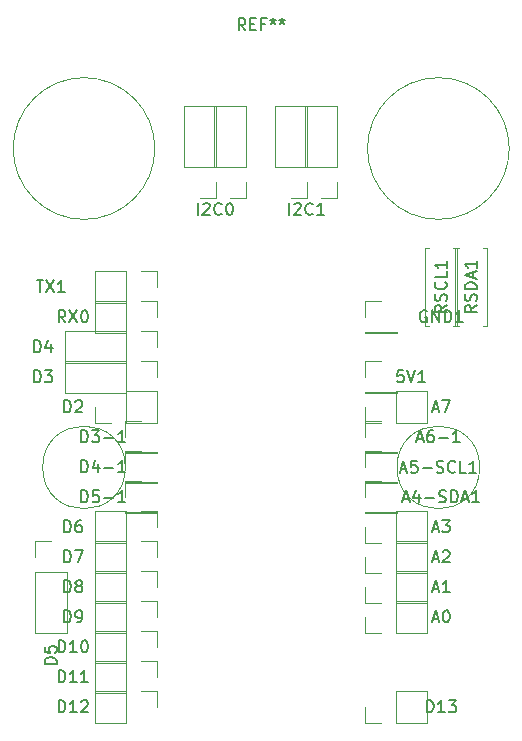
<source format=gbr>
%TF.GenerationSoftware,KiCad,Pcbnew,(6.0.5)*%
%TF.CreationDate,2022-06-01T19:50:55+01:00*%
%TF.ProjectId,OOEB-OBBB-PROJ-ARDC-SHEN-STAN-01,4f4f4542-2d4f-4424-9242-2d50524f4a2d,rev?*%
%TF.SameCoordinates,Original*%
%TF.FileFunction,Legend,Top*%
%TF.FilePolarity,Positive*%
%FSLAX46Y46*%
G04 Gerber Fmt 4.6, Leading zero omitted, Abs format (unit mm)*
G04 Created by KiCad (PCBNEW (6.0.5)) date 2022-06-01 19:50:55*
%MOMM*%
%LPD*%
G01*
G04 APERTURE LIST*
%ADD10C,0.150000*%
%ADD11C,0.120000*%
G04 APERTURE END LIST*
D10*
%TO.C,5V1*%
X12033333Y3707619D02*
X11557142Y3707619D01*
X11509523Y3231428D01*
X11557142Y3279047D01*
X11652380Y3326666D01*
X11890476Y3326666D01*
X11985714Y3279047D01*
X12033333Y3231428D01*
X12080952Y3136190D01*
X12080952Y2898095D01*
X12033333Y2802857D01*
X11985714Y2755238D01*
X11890476Y2707619D01*
X11652380Y2707619D01*
X11557142Y2755238D01*
X11509523Y2802857D01*
X12366666Y3707619D02*
X12700000Y2707619D01*
X13033333Y3707619D01*
X13890476Y2707619D02*
X13319047Y2707619D01*
X13604761Y2707619D02*
X13604761Y3707619D01*
X13509523Y3564761D01*
X13414285Y3469523D01*
X13319047Y3421904D01*
%TO.C,REF\u002A\u002A*%
X-1333333Y32512085D02*
X-1666666Y32988275D01*
X-1904761Y32512085D02*
X-1904761Y33512085D01*
X-1523809Y33512085D01*
X-1428571Y33464466D01*
X-1380952Y33416846D01*
X-1333333Y33321608D01*
X-1333333Y33178751D01*
X-1380952Y33083513D01*
X-1428571Y33035894D01*
X-1523809Y32988275D01*
X-1904761Y32988275D01*
X-904761Y33035894D02*
X-571428Y33035894D01*
X-428571Y32512085D02*
X-904761Y32512085D01*
X-904761Y33512085D01*
X-428571Y33512085D01*
X333333Y33035894D02*
X0Y33035894D01*
X0Y32512085D02*
X0Y33512085D01*
X476190Y33512085D01*
X999999Y33512085D02*
X999999Y33273989D01*
X761904Y33369227D02*
X999999Y33273989D01*
X1238095Y33369227D01*
X857142Y33083513D02*
X999999Y33273989D01*
X1142857Y33083513D01*
X1761904Y33512085D02*
X1761904Y33273989D01*
X1523809Y33369227D02*
X1761904Y33273989D01*
X1999999Y33369227D01*
X1619047Y33083513D02*
X1761904Y33273989D01*
X1904761Y33083513D01*
%TO.C,RSDA1*%
X18232380Y9208571D02*
X17756190Y8875238D01*
X18232380Y8637142D02*
X17232380Y8637142D01*
X17232380Y9018095D01*
X17280000Y9113333D01*
X17327619Y9160952D01*
X17422857Y9208571D01*
X17565714Y9208571D01*
X17660952Y9160952D01*
X17708571Y9113333D01*
X17756190Y9018095D01*
X17756190Y8637142D01*
X18184761Y9589523D02*
X18232380Y9732380D01*
X18232380Y9970476D01*
X18184761Y10065714D01*
X18137142Y10113333D01*
X18041904Y10160952D01*
X17946666Y10160952D01*
X17851428Y10113333D01*
X17803809Y10065714D01*
X17756190Y9970476D01*
X17708571Y9780000D01*
X17660952Y9684761D01*
X17613333Y9637142D01*
X17518095Y9589523D01*
X17422857Y9589523D01*
X17327619Y9637142D01*
X17280000Y9684761D01*
X17232380Y9780000D01*
X17232380Y10018095D01*
X17280000Y10160952D01*
X18232380Y10589523D02*
X17232380Y10589523D01*
X17232380Y10827619D01*
X17280000Y10970476D01*
X17375238Y11065714D01*
X17470476Y11113333D01*
X17660952Y11160952D01*
X17803809Y11160952D01*
X17994285Y11113333D01*
X18089523Y11065714D01*
X18184761Y10970476D01*
X18232380Y10827619D01*
X18232380Y10589523D01*
X17946666Y11541904D02*
X17946666Y12018095D01*
X18232380Y11446666D02*
X17232380Y11780000D01*
X18232380Y12113333D01*
X18232380Y12970476D02*
X18232380Y12399047D01*
X18232380Y12684761D02*
X17232380Y12684761D01*
X17375238Y12589523D01*
X17470476Y12494285D01*
X17518095Y12399047D01*
%TO.C,RSCL1*%
X15692380Y9232380D02*
X15216190Y8899047D01*
X15692380Y8660952D02*
X14692380Y8660952D01*
X14692380Y9041904D01*
X14740000Y9137142D01*
X14787619Y9184761D01*
X14882857Y9232380D01*
X15025714Y9232380D01*
X15120952Y9184761D01*
X15168571Y9137142D01*
X15216190Y9041904D01*
X15216190Y8660952D01*
X15644761Y9613333D02*
X15692380Y9756190D01*
X15692380Y9994285D01*
X15644761Y10089523D01*
X15597142Y10137142D01*
X15501904Y10184761D01*
X15406666Y10184761D01*
X15311428Y10137142D01*
X15263809Y10089523D01*
X15216190Y9994285D01*
X15168571Y9803809D01*
X15120952Y9708571D01*
X15073333Y9660952D01*
X14978095Y9613333D01*
X14882857Y9613333D01*
X14787619Y9660952D01*
X14740000Y9708571D01*
X14692380Y9803809D01*
X14692380Y10041904D01*
X14740000Y10184761D01*
X15597142Y11184761D02*
X15644761Y11137142D01*
X15692380Y10994285D01*
X15692380Y10899047D01*
X15644761Y10756190D01*
X15549523Y10660952D01*
X15454285Y10613333D01*
X15263809Y10565714D01*
X15120952Y10565714D01*
X14930476Y10613333D01*
X14835238Y10660952D01*
X14740000Y10756190D01*
X14692380Y10899047D01*
X14692380Y10994285D01*
X14740000Y11137142D01*
X14787619Y11184761D01*
X15692380Y12089523D02*
X15692380Y11613333D01*
X14692380Y11613333D01*
X15692380Y12946666D02*
X15692380Y12375238D01*
X15692380Y12660952D02*
X14692380Y12660952D01*
X14835238Y12565714D01*
X14930476Y12470476D01*
X14978095Y12375238D01*
%TO.C,TX1*%
X-19018095Y11327619D02*
X-18446666Y11327619D01*
X-18732380Y10327619D02*
X-18732380Y11327619D01*
X-18208571Y11327619D02*
X-17541904Y10327619D01*
X-17541904Y11327619D02*
X-18208571Y10327619D01*
X-16637142Y10327619D02*
X-17208571Y10327619D01*
X-16922857Y10327619D02*
X-16922857Y11327619D01*
X-17018095Y11184761D01*
X-17113333Y11089523D01*
X-17208571Y11041904D01*
%TO.C,I2C0*%
X-5357869Y16887619D02*
X-5357869Y17887619D01*
X-4929298Y17792380D02*
X-4881679Y17840000D01*
X-4786441Y17887619D01*
X-4548346Y17887619D01*
X-4453108Y17840000D01*
X-4405489Y17792380D01*
X-4357869Y17697142D01*
X-4357869Y17601904D01*
X-4405489Y17459047D01*
X-4976917Y16887619D01*
X-4357869Y16887619D01*
X-3357869Y16982857D02*
X-3405489Y16935238D01*
X-3548346Y16887619D01*
X-3643584Y16887619D01*
X-3786441Y16935238D01*
X-3881679Y17030476D01*
X-3929298Y17125714D01*
X-3976917Y17316190D01*
X-3976917Y17459047D01*
X-3929298Y17649523D01*
X-3881679Y17744761D01*
X-3786441Y17840000D01*
X-3643584Y17887619D01*
X-3548346Y17887619D01*
X-3405489Y17840000D01*
X-3357869Y17792380D01*
X-2738822Y17887619D02*
X-2643584Y17887619D01*
X-2548346Y17840000D01*
X-2500727Y17792380D01*
X-2453108Y17697142D01*
X-2405489Y17506666D01*
X-2405489Y17268571D01*
X-2453108Y17078095D01*
X-2500727Y16982857D01*
X-2548346Y16935238D01*
X-2643584Y16887619D01*
X-2738822Y16887619D01*
X-2834060Y16935238D01*
X-2881679Y16982857D01*
X-2929298Y17078095D01*
X-2976917Y17268571D01*
X-2976917Y17506666D01*
X-2929298Y17697142D01*
X-2881679Y17792380D01*
X-2834060Y17840000D01*
X-2738822Y17887619D01*
%TO.C,I2C1*%
X2357619Y16887619D02*
X2357619Y17887619D01*
X2786190Y17792380D02*
X2833809Y17840000D01*
X2929047Y17887619D01*
X3167142Y17887619D01*
X3262380Y17840000D01*
X3310000Y17792380D01*
X3357619Y17697142D01*
X3357619Y17601904D01*
X3310000Y17459047D01*
X2738571Y16887619D01*
X3357619Y16887619D01*
X4357619Y16982857D02*
X4310000Y16935238D01*
X4167142Y16887619D01*
X4071904Y16887619D01*
X3929047Y16935238D01*
X3833809Y17030476D01*
X3786190Y17125714D01*
X3738571Y17316190D01*
X3738571Y17459047D01*
X3786190Y17649523D01*
X3833809Y17744761D01*
X3929047Y17840000D01*
X4071904Y17887619D01*
X4167142Y17887619D01*
X4310000Y17840000D01*
X4357619Y17792380D01*
X5310000Y16887619D02*
X4738571Y16887619D01*
X5024285Y16887619D02*
X5024285Y17887619D01*
X4929047Y17744761D01*
X4833809Y17649523D01*
X4738571Y17601904D01*
%TO.C,RX0*%
X-16582857Y7787619D02*
X-16916190Y8263809D01*
X-17154285Y7787619D02*
X-17154285Y8787619D01*
X-16773333Y8787619D01*
X-16678095Y8740000D01*
X-16630476Y8692380D01*
X-16582857Y8597142D01*
X-16582857Y8454285D01*
X-16630476Y8359047D01*
X-16678095Y8311428D01*
X-16773333Y8263809D01*
X-17154285Y8263809D01*
X-16249523Y8787619D02*
X-15582857Y7787619D01*
X-15582857Y8787619D02*
X-16249523Y7787619D01*
X-15011428Y8787619D02*
X-14916190Y8787619D01*
X-14820952Y8740000D01*
X-14773333Y8692380D01*
X-14725714Y8597142D01*
X-14678095Y8406666D01*
X-14678095Y8168571D01*
X-14725714Y7978095D01*
X-14773333Y7882857D01*
X-14820952Y7835238D01*
X-14916190Y7787619D01*
X-15011428Y7787619D01*
X-15106666Y7835238D01*
X-15154285Y7882857D01*
X-15201904Y7978095D01*
X-15249523Y8168571D01*
X-15249523Y8406666D01*
X-15201904Y8597142D01*
X-15154285Y8692380D01*
X-15106666Y8740000D01*
X-15011428Y8787619D01*
%TO.C,GND1*%
X14001904Y8740000D02*
X13906666Y8787619D01*
X13763809Y8787619D01*
X13620952Y8740000D01*
X13525714Y8644761D01*
X13478095Y8549523D01*
X13430476Y8359047D01*
X13430476Y8216190D01*
X13478095Y8025714D01*
X13525714Y7930476D01*
X13620952Y7835238D01*
X13763809Y7787619D01*
X13859047Y7787619D01*
X14001904Y7835238D01*
X14049523Y7882857D01*
X14049523Y8216190D01*
X13859047Y8216190D01*
X14478095Y7787619D02*
X14478095Y8787619D01*
X15049523Y7787619D01*
X15049523Y8787619D01*
X15525714Y7787619D02*
X15525714Y8787619D01*
X15763809Y8787619D01*
X15906666Y8740000D01*
X16001904Y8644761D01*
X16049523Y8549523D01*
X16097142Y8359047D01*
X16097142Y8216190D01*
X16049523Y8025714D01*
X16001904Y7930476D01*
X15906666Y7835238D01*
X15763809Y7787619D01*
X15525714Y7787619D01*
X17049523Y7787619D02*
X16478095Y7787619D01*
X16763809Y7787619D02*
X16763809Y8787619D01*
X16668571Y8644761D01*
X16573333Y8549523D01*
X16478095Y8501904D01*
%TO.C,D13*%
X14025714Y-25232380D02*
X14025714Y-24232380D01*
X14263809Y-24232380D01*
X14406666Y-24280000D01*
X14501904Y-24375238D01*
X14549523Y-24470476D01*
X14597142Y-24660952D01*
X14597142Y-24803809D01*
X14549523Y-24994285D01*
X14501904Y-25089523D01*
X14406666Y-25184761D01*
X14263809Y-25232380D01*
X14025714Y-25232380D01*
X15549523Y-25232380D02*
X14978095Y-25232380D01*
X15263809Y-25232380D02*
X15263809Y-24232380D01*
X15168571Y-24375238D01*
X15073333Y-24470476D01*
X14978095Y-24518095D01*
X15882857Y-24232380D02*
X16501904Y-24232380D01*
X16168571Y-24613333D01*
X16311428Y-24613333D01*
X16406666Y-24660952D01*
X16454285Y-24708571D01*
X16501904Y-24803809D01*
X16501904Y-25041904D01*
X16454285Y-25137142D01*
X16406666Y-25184761D01*
X16311428Y-25232380D01*
X16025714Y-25232380D01*
X15930476Y-25184761D01*
X15882857Y-25137142D01*
%TO.C,D12*%
X-17154285Y-25232380D02*
X-17154285Y-24232380D01*
X-16916190Y-24232380D01*
X-16773333Y-24280000D01*
X-16678095Y-24375238D01*
X-16630476Y-24470476D01*
X-16582857Y-24660952D01*
X-16582857Y-24803809D01*
X-16630476Y-24994285D01*
X-16678095Y-25089523D01*
X-16773333Y-25184761D01*
X-16916190Y-25232380D01*
X-17154285Y-25232380D01*
X-15630476Y-25232380D02*
X-16201904Y-25232380D01*
X-15916190Y-25232380D02*
X-15916190Y-24232380D01*
X-16011428Y-24375238D01*
X-16106666Y-24470476D01*
X-16201904Y-24518095D01*
X-15249523Y-24327619D02*
X-15201904Y-24280000D01*
X-15106666Y-24232380D01*
X-14868571Y-24232380D01*
X-14773333Y-24280000D01*
X-14725714Y-24327619D01*
X-14678095Y-24422857D01*
X-14678095Y-24518095D01*
X-14725714Y-24660952D01*
X-15297142Y-25232380D01*
X-14678095Y-25232380D01*
%TO.C,D11*%
X-17154285Y-22692380D02*
X-17154285Y-21692380D01*
X-16916190Y-21692380D01*
X-16773333Y-21740000D01*
X-16678095Y-21835238D01*
X-16630476Y-21930476D01*
X-16582857Y-22120952D01*
X-16582857Y-22263809D01*
X-16630476Y-22454285D01*
X-16678095Y-22549523D01*
X-16773333Y-22644761D01*
X-16916190Y-22692380D01*
X-17154285Y-22692380D01*
X-15630476Y-22692380D02*
X-16201904Y-22692380D01*
X-15916190Y-22692380D02*
X-15916190Y-21692380D01*
X-16011428Y-21835238D01*
X-16106666Y-21930476D01*
X-16201904Y-21978095D01*
X-14678095Y-22692380D02*
X-15249523Y-22692380D01*
X-14963809Y-22692380D02*
X-14963809Y-21692380D01*
X-15059047Y-21835238D01*
X-15154285Y-21930476D01*
X-15249523Y-21978095D01*
%TO.C,D10*%
X-17154285Y-20152380D02*
X-17154285Y-19152380D01*
X-16916190Y-19152380D01*
X-16773333Y-19200000D01*
X-16678095Y-19295238D01*
X-16630476Y-19390476D01*
X-16582857Y-19580952D01*
X-16582857Y-19723809D01*
X-16630476Y-19914285D01*
X-16678095Y-20009523D01*
X-16773333Y-20104761D01*
X-16916190Y-20152380D01*
X-17154285Y-20152380D01*
X-15630476Y-20152380D02*
X-16201904Y-20152380D01*
X-15916190Y-20152380D02*
X-15916190Y-19152380D01*
X-16011428Y-19295238D01*
X-16106666Y-19390476D01*
X-16201904Y-19438095D01*
X-15011428Y-19152380D02*
X-14916190Y-19152380D01*
X-14820952Y-19200000D01*
X-14773333Y-19247619D01*
X-14725714Y-19342857D01*
X-14678095Y-19533333D01*
X-14678095Y-19771428D01*
X-14725714Y-19961904D01*
X-14773333Y-20057142D01*
X-14820952Y-20104761D01*
X-14916190Y-20152380D01*
X-15011428Y-20152380D01*
X-15106666Y-20104761D01*
X-15154285Y-20057142D01*
X-15201904Y-19961904D01*
X-15249523Y-19771428D01*
X-15249523Y-19533333D01*
X-15201904Y-19342857D01*
X-15154285Y-19247619D01*
X-15106666Y-19200000D01*
X-15011428Y-19152380D01*
%TO.C,D9*%
X-16678095Y-17612380D02*
X-16678095Y-16612380D01*
X-16440000Y-16612380D01*
X-16297142Y-16660000D01*
X-16201904Y-16755238D01*
X-16154285Y-16850476D01*
X-16106666Y-17040952D01*
X-16106666Y-17183809D01*
X-16154285Y-17374285D01*
X-16201904Y-17469523D01*
X-16297142Y-17564761D01*
X-16440000Y-17612380D01*
X-16678095Y-17612380D01*
X-15630476Y-17612380D02*
X-15440000Y-17612380D01*
X-15344761Y-17564761D01*
X-15297142Y-17517142D01*
X-15201904Y-17374285D01*
X-15154285Y-17183809D01*
X-15154285Y-16802857D01*
X-15201904Y-16707619D01*
X-15249523Y-16660000D01*
X-15344761Y-16612380D01*
X-15535238Y-16612380D01*
X-15630476Y-16660000D01*
X-15678095Y-16707619D01*
X-15725714Y-16802857D01*
X-15725714Y-17040952D01*
X-15678095Y-17136190D01*
X-15630476Y-17183809D01*
X-15535238Y-17231428D01*
X-15344761Y-17231428D01*
X-15249523Y-17183809D01*
X-15201904Y-17136190D01*
X-15154285Y-17040952D01*
%TO.C,D8*%
X-16678095Y-15072380D02*
X-16678095Y-14072380D01*
X-16440000Y-14072380D01*
X-16297142Y-14120000D01*
X-16201904Y-14215238D01*
X-16154285Y-14310476D01*
X-16106666Y-14500952D01*
X-16106666Y-14643809D01*
X-16154285Y-14834285D01*
X-16201904Y-14929523D01*
X-16297142Y-15024761D01*
X-16440000Y-15072380D01*
X-16678095Y-15072380D01*
X-15535238Y-14500952D02*
X-15630476Y-14453333D01*
X-15678095Y-14405714D01*
X-15725714Y-14310476D01*
X-15725714Y-14262857D01*
X-15678095Y-14167619D01*
X-15630476Y-14120000D01*
X-15535238Y-14072380D01*
X-15344761Y-14072380D01*
X-15249523Y-14120000D01*
X-15201904Y-14167619D01*
X-15154285Y-14262857D01*
X-15154285Y-14310476D01*
X-15201904Y-14405714D01*
X-15249523Y-14453333D01*
X-15344761Y-14500952D01*
X-15535238Y-14500952D01*
X-15630476Y-14548571D01*
X-15678095Y-14596190D01*
X-15725714Y-14691428D01*
X-15725714Y-14881904D01*
X-15678095Y-14977142D01*
X-15630476Y-15024761D01*
X-15535238Y-15072380D01*
X-15344761Y-15072380D01*
X-15249523Y-15024761D01*
X-15201904Y-14977142D01*
X-15154285Y-14881904D01*
X-15154285Y-14691428D01*
X-15201904Y-14596190D01*
X-15249523Y-14548571D01*
X-15344761Y-14500952D01*
%TO.C,D7*%
X-16678095Y-12532380D02*
X-16678095Y-11532380D01*
X-16440000Y-11532380D01*
X-16297142Y-11580000D01*
X-16201904Y-11675238D01*
X-16154285Y-11770476D01*
X-16106666Y-11960952D01*
X-16106666Y-12103809D01*
X-16154285Y-12294285D01*
X-16201904Y-12389523D01*
X-16297142Y-12484761D01*
X-16440000Y-12532380D01*
X-16678095Y-12532380D01*
X-15773333Y-11532380D02*
X-15106666Y-11532380D01*
X-15535238Y-12532380D01*
%TO.C,D6*%
X-16678095Y-9992380D02*
X-16678095Y-8992380D01*
X-16440000Y-8992380D01*
X-16297142Y-9040000D01*
X-16201904Y-9135238D01*
X-16154285Y-9230476D01*
X-16106666Y-9420952D01*
X-16106666Y-9563809D01*
X-16154285Y-9754285D01*
X-16201904Y-9849523D01*
X-16297142Y-9944761D01*
X-16440000Y-9992380D01*
X-16678095Y-9992380D01*
X-15249523Y-8992380D02*
X-15440000Y-8992380D01*
X-15535238Y-9040000D01*
X-15582857Y-9087619D01*
X-15678095Y-9230476D01*
X-15725714Y-9420952D01*
X-15725714Y-9801904D01*
X-15678095Y-9897142D01*
X-15630476Y-9944761D01*
X-15535238Y-9992380D01*
X-15344761Y-9992380D01*
X-15249523Y-9944761D01*
X-15201904Y-9897142D01*
X-15154285Y-9801904D01*
X-15154285Y-9563809D01*
X-15201904Y-9468571D01*
X-15249523Y-9420952D01*
X-15344761Y-9373333D01*
X-15535238Y-9373333D01*
X-15630476Y-9420952D01*
X-15678095Y-9468571D01*
X-15725714Y-9563809D01*
%TO.C,D5-1*%
X-15233333Y-7452380D02*
X-15233333Y-6452380D01*
X-14995238Y-6452380D01*
X-14852380Y-6500000D01*
X-14757142Y-6595238D01*
X-14709523Y-6690476D01*
X-14661904Y-6880952D01*
X-14661904Y-7023809D01*
X-14709523Y-7214285D01*
X-14757142Y-7309523D01*
X-14852380Y-7404761D01*
X-14995238Y-7452380D01*
X-15233333Y-7452380D01*
X-13757142Y-6452380D02*
X-14233333Y-6452380D01*
X-14280952Y-6928571D01*
X-14233333Y-6880952D01*
X-14138095Y-6833333D01*
X-13900000Y-6833333D01*
X-13804761Y-6880952D01*
X-13757142Y-6928571D01*
X-13709523Y-7023809D01*
X-13709523Y-7261904D01*
X-13757142Y-7357142D01*
X-13804761Y-7404761D01*
X-13900000Y-7452380D01*
X-14138095Y-7452380D01*
X-14233333Y-7404761D01*
X-14280952Y-7357142D01*
X-13280952Y-7071428D02*
X-12519047Y-7071428D01*
X-11519047Y-7452380D02*
X-12090476Y-7452380D01*
X-11804761Y-7452380D02*
X-11804761Y-6452380D01*
X-11900000Y-6595238D01*
X-11995238Y-6690476D01*
X-12090476Y-6738095D01*
%TO.C,D5*%
X-17327619Y-21153095D02*
X-18327619Y-21153095D01*
X-18327619Y-20915000D01*
X-18280000Y-20772142D01*
X-18184761Y-20676904D01*
X-18089523Y-20629285D01*
X-17899047Y-20581666D01*
X-17756190Y-20581666D01*
X-17565714Y-20629285D01*
X-17470476Y-20676904D01*
X-17375238Y-20772142D01*
X-17327619Y-20915000D01*
X-17327619Y-21153095D01*
X-18327619Y-19676904D02*
X-18327619Y-20153095D01*
X-17851428Y-20200714D01*
X-17899047Y-20153095D01*
X-17946666Y-20057857D01*
X-17946666Y-19819761D01*
X-17899047Y-19724523D01*
X-17851428Y-19676904D01*
X-17756190Y-19629285D01*
X-17518095Y-19629285D01*
X-17422857Y-19676904D01*
X-17375238Y-19724523D01*
X-17327619Y-19819761D01*
X-17327619Y-20057857D01*
X-17375238Y-20153095D01*
X-17422857Y-20200714D01*
%TO.C,D4-1*%
X-15233333Y-4912380D02*
X-15233333Y-3912380D01*
X-14995238Y-3912380D01*
X-14852380Y-3960000D01*
X-14757142Y-4055238D01*
X-14709523Y-4150476D01*
X-14661904Y-4340952D01*
X-14661904Y-4483809D01*
X-14709523Y-4674285D01*
X-14757142Y-4769523D01*
X-14852380Y-4864761D01*
X-14995238Y-4912380D01*
X-15233333Y-4912380D01*
X-13804761Y-4245714D02*
X-13804761Y-4912380D01*
X-14042857Y-3864761D02*
X-14280952Y-4579047D01*
X-13661904Y-4579047D01*
X-13280952Y-4531428D02*
X-12519047Y-4531428D01*
X-11519047Y-4912380D02*
X-12090476Y-4912380D01*
X-11804761Y-4912380D02*
X-11804761Y-3912380D01*
X-11900000Y-4055238D01*
X-11995238Y-4150476D01*
X-12090476Y-4198095D01*
%TO.C,D4*%
X-19218095Y5247619D02*
X-19218095Y6247619D01*
X-18980000Y6247619D01*
X-18837142Y6200000D01*
X-18741904Y6104761D01*
X-18694285Y6009523D01*
X-18646666Y5819047D01*
X-18646666Y5676190D01*
X-18694285Y5485714D01*
X-18741904Y5390476D01*
X-18837142Y5295238D01*
X-18980000Y5247619D01*
X-19218095Y5247619D01*
X-17789523Y5914285D02*
X-17789523Y5247619D01*
X-18027619Y6295238D02*
X-18265714Y5580952D01*
X-17646666Y5580952D01*
%TO.C,D3-1*%
X-15233333Y-2372380D02*
X-15233333Y-1372380D01*
X-14995238Y-1372380D01*
X-14852380Y-1420000D01*
X-14757142Y-1515238D01*
X-14709523Y-1610476D01*
X-14661904Y-1800952D01*
X-14661904Y-1943809D01*
X-14709523Y-2134285D01*
X-14757142Y-2229523D01*
X-14852380Y-2324761D01*
X-14995238Y-2372380D01*
X-15233333Y-2372380D01*
X-14328571Y-1372380D02*
X-13709523Y-1372380D01*
X-14042857Y-1753333D01*
X-13900000Y-1753333D01*
X-13804761Y-1800952D01*
X-13757142Y-1848571D01*
X-13709523Y-1943809D01*
X-13709523Y-2181904D01*
X-13757142Y-2277142D01*
X-13804761Y-2324761D01*
X-13900000Y-2372380D01*
X-14185714Y-2372380D01*
X-14280952Y-2324761D01*
X-14328571Y-2277142D01*
X-13280952Y-1991428D02*
X-12519047Y-1991428D01*
X-11519047Y-2372380D02*
X-12090476Y-2372380D01*
X-11804761Y-2372380D02*
X-11804761Y-1372380D01*
X-11900000Y-1515238D01*
X-11995238Y-1610476D01*
X-12090476Y-1658095D01*
%TO.C,D3*%
X-19218095Y2707619D02*
X-19218095Y3707619D01*
X-18980000Y3707619D01*
X-18837142Y3660000D01*
X-18741904Y3564761D01*
X-18694285Y3469523D01*
X-18646666Y3279047D01*
X-18646666Y3136190D01*
X-18694285Y2945714D01*
X-18741904Y2850476D01*
X-18837142Y2755238D01*
X-18980000Y2707619D01*
X-19218095Y2707619D01*
X-18313333Y3707619D02*
X-17694285Y3707619D01*
X-18027619Y3326666D01*
X-17884761Y3326666D01*
X-17789523Y3279047D01*
X-17741904Y3231428D01*
X-17694285Y3136190D01*
X-17694285Y2898095D01*
X-17741904Y2802857D01*
X-17789523Y2755238D01*
X-17884761Y2707619D01*
X-18170476Y2707619D01*
X-18265714Y2755238D01*
X-18313333Y2802857D01*
%TO.C,D2*%
X-16678095Y167619D02*
X-16678095Y1167619D01*
X-16440000Y1167619D01*
X-16297142Y1120000D01*
X-16201904Y1024761D01*
X-16154285Y929523D01*
X-16106666Y739047D01*
X-16106666Y596190D01*
X-16154285Y405714D01*
X-16201904Y310476D01*
X-16297142Y215238D01*
X-16440000Y167619D01*
X-16678095Y167619D01*
X-15725714Y1072380D02*
X-15678095Y1120000D01*
X-15582857Y1167619D01*
X-15344761Y1167619D01*
X-15249523Y1120000D01*
X-15201904Y1072380D01*
X-15154285Y977142D01*
X-15154285Y881904D01*
X-15201904Y739047D01*
X-15773333Y167619D01*
X-15154285Y167619D01*
%TO.C,A7*%
X14525714Y453333D02*
X15001904Y453333D01*
X14430476Y167619D02*
X14763809Y1167619D01*
X15097142Y167619D01*
X15335238Y1167619D02*
X16001904Y1167619D01*
X15573333Y167619D01*
%TO.C,A6-1*%
X13190476Y-2086666D02*
X13666666Y-2086666D01*
X13095238Y-2372380D02*
X13428571Y-1372380D01*
X13761904Y-2372380D01*
X14523809Y-1372380D02*
X14333333Y-1372380D01*
X14238095Y-1420000D01*
X14190476Y-1467619D01*
X14095238Y-1610476D01*
X14047619Y-1800952D01*
X14047619Y-2181904D01*
X14095238Y-2277142D01*
X14142857Y-2324761D01*
X14238095Y-2372380D01*
X14428571Y-2372380D01*
X14523809Y-2324761D01*
X14571428Y-2277142D01*
X14619047Y-2181904D01*
X14619047Y-1943809D01*
X14571428Y-1848571D01*
X14523809Y-1800952D01*
X14428571Y-1753333D01*
X14238095Y-1753333D01*
X14142857Y-1800952D01*
X14095238Y-1848571D01*
X14047619Y-1943809D01*
X15047619Y-1991428D02*
X15809523Y-1991428D01*
X16809523Y-2372380D02*
X16238095Y-2372380D01*
X16523809Y-2372380D02*
X16523809Y-1372380D01*
X16428571Y-1515238D01*
X16333333Y-1610476D01*
X16238095Y-1658095D01*
%TO.C,A5-SCL1*%
X11809523Y-4666666D02*
X12285714Y-4666666D01*
X11714285Y-4952380D02*
X12047619Y-3952380D01*
X12380952Y-4952380D01*
X13190476Y-3952380D02*
X12714285Y-3952380D01*
X12666666Y-4428571D01*
X12714285Y-4380952D01*
X12809523Y-4333333D01*
X13047619Y-4333333D01*
X13142857Y-4380952D01*
X13190476Y-4428571D01*
X13238095Y-4523809D01*
X13238095Y-4761904D01*
X13190476Y-4857142D01*
X13142857Y-4904761D01*
X13047619Y-4952380D01*
X12809523Y-4952380D01*
X12714285Y-4904761D01*
X12666666Y-4857142D01*
X13666666Y-4571428D02*
X14428571Y-4571428D01*
X14857142Y-4904761D02*
X15000000Y-4952380D01*
X15238095Y-4952380D01*
X15333333Y-4904761D01*
X15380952Y-4857142D01*
X15428571Y-4761904D01*
X15428571Y-4666666D01*
X15380952Y-4571428D01*
X15333333Y-4523809D01*
X15238095Y-4476190D01*
X15047619Y-4428571D01*
X14952380Y-4380952D01*
X14904761Y-4333333D01*
X14857142Y-4238095D01*
X14857142Y-4142857D01*
X14904761Y-4047619D01*
X14952380Y-4000000D01*
X15047619Y-3952380D01*
X15285714Y-3952380D01*
X15428571Y-4000000D01*
X16428571Y-4857142D02*
X16380952Y-4904761D01*
X16238095Y-4952380D01*
X16142857Y-4952380D01*
X16000000Y-4904761D01*
X15904761Y-4809523D01*
X15857142Y-4714285D01*
X15809523Y-4523809D01*
X15809523Y-4380952D01*
X15857142Y-4190476D01*
X15904761Y-4095238D01*
X16000000Y-4000000D01*
X16142857Y-3952380D01*
X16238095Y-3952380D01*
X16380952Y-4000000D01*
X16428571Y-4047619D01*
X17333333Y-4952380D02*
X16857142Y-4952380D01*
X16857142Y-3952380D01*
X18190476Y-4952380D02*
X17619047Y-4952380D01*
X17904761Y-4952380D02*
X17904761Y-3952380D01*
X17809523Y-4095238D01*
X17714285Y-4190476D01*
X17619047Y-4238095D01*
%TO.C,A4-SDA1*%
X12025714Y-7166666D02*
X12501904Y-7166666D01*
X11930476Y-7452380D02*
X12263809Y-6452380D01*
X12597142Y-7452380D01*
X13359047Y-6785714D02*
X13359047Y-7452380D01*
X13120952Y-6404761D02*
X12882857Y-7119047D01*
X13501904Y-7119047D01*
X13882857Y-7071428D02*
X14644761Y-7071428D01*
X15073333Y-7404761D02*
X15216190Y-7452380D01*
X15454285Y-7452380D01*
X15549523Y-7404761D01*
X15597142Y-7357142D01*
X15644761Y-7261904D01*
X15644761Y-7166666D01*
X15597142Y-7071428D01*
X15549523Y-7023809D01*
X15454285Y-6976190D01*
X15263809Y-6928571D01*
X15168571Y-6880952D01*
X15120952Y-6833333D01*
X15073333Y-6738095D01*
X15073333Y-6642857D01*
X15120952Y-6547619D01*
X15168571Y-6500000D01*
X15263809Y-6452380D01*
X15501904Y-6452380D01*
X15644761Y-6500000D01*
X16073333Y-7452380D02*
X16073333Y-6452380D01*
X16311428Y-6452380D01*
X16454285Y-6500000D01*
X16549523Y-6595238D01*
X16597142Y-6690476D01*
X16644761Y-6880952D01*
X16644761Y-7023809D01*
X16597142Y-7214285D01*
X16549523Y-7309523D01*
X16454285Y-7404761D01*
X16311428Y-7452380D01*
X16073333Y-7452380D01*
X17025714Y-7166666D02*
X17501904Y-7166666D01*
X16930476Y-7452380D02*
X17263809Y-6452380D01*
X17597142Y-7452380D01*
X18454285Y-7452380D02*
X17882857Y-7452380D01*
X18168571Y-7452380D02*
X18168571Y-6452380D01*
X18073333Y-6595238D01*
X17978095Y-6690476D01*
X17882857Y-6738095D01*
%TO.C,A3*%
X14525714Y-9706666D02*
X15001904Y-9706666D01*
X14430476Y-9992380D02*
X14763809Y-8992380D01*
X15097142Y-9992380D01*
X15335238Y-8992380D02*
X15954285Y-8992380D01*
X15620952Y-9373333D01*
X15763809Y-9373333D01*
X15859047Y-9420952D01*
X15906666Y-9468571D01*
X15954285Y-9563809D01*
X15954285Y-9801904D01*
X15906666Y-9897142D01*
X15859047Y-9944761D01*
X15763809Y-9992380D01*
X15478095Y-9992380D01*
X15382857Y-9944761D01*
X15335238Y-9897142D01*
%TO.C,A2*%
X14525714Y-12246666D02*
X15001904Y-12246666D01*
X14430476Y-12532380D02*
X14763809Y-11532380D01*
X15097142Y-12532380D01*
X15382857Y-11627619D02*
X15430476Y-11580000D01*
X15525714Y-11532380D01*
X15763809Y-11532380D01*
X15859047Y-11580000D01*
X15906666Y-11627619D01*
X15954285Y-11722857D01*
X15954285Y-11818095D01*
X15906666Y-11960952D01*
X15335238Y-12532380D01*
X15954285Y-12532380D01*
%TO.C,A1*%
X14525714Y-14786666D02*
X15001904Y-14786666D01*
X14430476Y-15072380D02*
X14763809Y-14072380D01*
X15097142Y-15072380D01*
X15954285Y-15072380D02*
X15382857Y-15072380D01*
X15668571Y-15072380D02*
X15668571Y-14072380D01*
X15573333Y-14215238D01*
X15478095Y-14310476D01*
X15382857Y-14358095D01*
%TO.C,A0*%
X14525714Y-17326666D02*
X15001904Y-17326666D01*
X14430476Y-17612380D02*
X14763809Y-16612380D01*
X15097142Y-17612380D01*
X15620952Y-16612380D02*
X15716190Y-16612380D01*
X15811428Y-16660000D01*
X15859047Y-16707619D01*
X15906666Y-16802857D01*
X15954285Y-16993333D01*
X15954285Y-17231428D01*
X15906666Y-17421904D01*
X15859047Y-17517142D01*
X15811428Y-17564761D01*
X15716190Y-17612380D01*
X15620952Y-17612380D01*
X15525714Y-17564761D01*
X15478095Y-17517142D01*
X15430476Y-17421904D01*
X15382857Y-17231428D01*
X15382857Y-16993333D01*
X15430476Y-16802857D01*
X15478095Y-16707619D01*
X15525714Y-16660000D01*
X15620952Y-16612380D01*
D11*
%TO.C,5V1*%
X8830000Y3160000D02*
X8830000Y4490000D01*
X8830000Y1890000D02*
X8830000Y1830000D01*
X11490000Y1890000D02*
X11490000Y1830000D01*
X8830000Y1830000D02*
X11490000Y1830000D01*
X8830000Y1890000D02*
X11490000Y1890000D01*
X8830000Y4490000D02*
X10160000Y4490000D01*
%TO.C,REF\u002A\u002A*%
X-11500000Y-4500000D02*
G75*
G03*
X-11500000Y-4500000I-3500000J0D01*
G01*
X21000000Y22500000D02*
G75*
G03*
X21000000Y22500000I-6000000J0D01*
G01*
X-9000000Y22500000D02*
G75*
G03*
X-9000000Y22500000I-6000000J0D01*
G01*
X18500000Y-4500000D02*
G75*
G03*
X18500000Y-4500000I-3500000J0D01*
G01*
%TO.C,RSDA1*%
X19150000Y14050000D02*
X18820000Y14050000D01*
X16410000Y7510000D02*
X16410000Y14050000D01*
X19150000Y7510000D02*
X19150000Y14050000D01*
X18820000Y7510000D02*
X19150000Y7510000D01*
X16740000Y7510000D02*
X16410000Y7510000D01*
X16410000Y14050000D02*
X16740000Y14050000D01*
%TO.C,RSCL1*%
X13870000Y14050000D02*
X14200000Y14050000D01*
X14200000Y7510000D02*
X13870000Y7510000D01*
X16280000Y7510000D02*
X16610000Y7510000D01*
X16610000Y7510000D02*
X16610000Y14050000D01*
X13870000Y7510000D02*
X13870000Y14050000D01*
X16610000Y14050000D02*
X16280000Y14050000D01*
%TO.C,TX1*%
X-11430000Y9450000D02*
X-14030000Y9450000D01*
X-8830000Y12110000D02*
X-8830000Y10780000D01*
X-11430000Y12110000D02*
X-11430000Y9450000D01*
X-11430000Y12110000D02*
X-14030000Y12110000D01*
X-14030000Y12110000D02*
X-14030000Y9450000D01*
X-10160000Y12110000D02*
X-8830000Y12110000D01*
%TO.C,SDA1*%
X-1305489Y26080000D02*
X-3965489Y26080000D01*
X-1305489Y20940000D02*
X-1305489Y26080000D01*
X-1305489Y19670000D02*
X-1305489Y18340000D01*
X-3965489Y20940000D02*
X-3965489Y26080000D01*
X-1305489Y18340000D02*
X-2635489Y18340000D01*
X-1305489Y20940000D02*
X-3965489Y20940000D01*
%TO.C,SDA0*%
X6410000Y26080000D02*
X3750000Y26080000D01*
X6410000Y20940000D02*
X6410000Y26080000D01*
X6410000Y19670000D02*
X6410000Y18340000D01*
X3750000Y20940000D02*
X3750000Y26080000D01*
X6410000Y18340000D02*
X5080000Y18340000D01*
X6410000Y20940000D02*
X3750000Y20940000D01*
%TO.C,I2C0*%
X-3845489Y26080000D02*
X-6505489Y26080000D01*
X-3845489Y20940000D02*
X-3845489Y26080000D01*
X-3845489Y19670000D02*
X-3845489Y18340000D01*
X-6505489Y20940000D02*
X-6505489Y26080000D01*
X-3845489Y18340000D02*
X-5175489Y18340000D01*
X-3845489Y20940000D02*
X-6505489Y20940000D01*
%TO.C,I2C1*%
X3870000Y26080000D02*
X1210000Y26080000D01*
X3870000Y20940000D02*
X3870000Y26080000D01*
X3870000Y19670000D02*
X3870000Y18340000D01*
X1210000Y20940000D02*
X1210000Y26080000D01*
X3870000Y18340000D02*
X2540000Y18340000D01*
X3870000Y20940000D02*
X1210000Y20940000D01*
%TO.C,RX0*%
X-10160000Y9570000D02*
X-8830000Y9570000D01*
X-14030000Y9570000D02*
X-14030000Y6910000D01*
X-11430000Y9570000D02*
X-14030000Y9570000D01*
X-11430000Y9570000D02*
X-11430000Y6910000D01*
X-8830000Y9570000D02*
X-8830000Y8240000D01*
X-11430000Y6910000D02*
X-14030000Y6910000D01*
%TO.C,GND1*%
X8830000Y8240000D02*
X8830000Y9570000D01*
X8830000Y6970000D02*
X8830000Y6910000D01*
X11490000Y6970000D02*
X11490000Y6910000D01*
X8830000Y6910000D02*
X11490000Y6910000D01*
X8830000Y6970000D02*
X11490000Y6970000D01*
X8830000Y9570000D02*
X10160000Y9570000D01*
%TO.C,D13*%
X10160000Y-26110000D02*
X8830000Y-26110000D01*
X14030000Y-26110000D02*
X14030000Y-23450000D01*
X11430000Y-26110000D02*
X14030000Y-26110000D01*
X11430000Y-26110000D02*
X11430000Y-23450000D01*
X8830000Y-26110000D02*
X8830000Y-24780000D01*
X11430000Y-23450000D02*
X14030000Y-23450000D01*
%TO.C,D12*%
X-11430000Y-26110000D02*
X-14030000Y-26110000D01*
X-8830000Y-23450000D02*
X-8830000Y-24780000D01*
X-11430000Y-23450000D02*
X-11430000Y-26110000D01*
X-11430000Y-23450000D02*
X-14030000Y-23450000D01*
X-14030000Y-23450000D02*
X-14030000Y-26110000D01*
X-10160000Y-23450000D02*
X-8830000Y-23450000D01*
%TO.C,D11*%
X-11430000Y-23570000D02*
X-14030000Y-23570000D01*
X-8830000Y-20910000D02*
X-8830000Y-22240000D01*
X-11430000Y-20910000D02*
X-11430000Y-23570000D01*
X-11430000Y-20910000D02*
X-14030000Y-20910000D01*
X-14030000Y-20910000D02*
X-14030000Y-23570000D01*
X-10160000Y-20910000D02*
X-8830000Y-20910000D01*
%TO.C,D10*%
X-11430000Y-21030000D02*
X-14030000Y-21030000D01*
X-8830000Y-18370000D02*
X-8830000Y-19700000D01*
X-11430000Y-18370000D02*
X-11430000Y-21030000D01*
X-11430000Y-18370000D02*
X-14030000Y-18370000D01*
X-14030000Y-18370000D02*
X-14030000Y-21030000D01*
X-10160000Y-18370000D02*
X-8830000Y-18370000D01*
%TO.C,D9*%
X-11430000Y-18490000D02*
X-14030000Y-18490000D01*
X-8830000Y-15830000D02*
X-8830000Y-17160000D01*
X-11430000Y-15830000D02*
X-11430000Y-18490000D01*
X-11430000Y-15830000D02*
X-14030000Y-15830000D01*
X-14030000Y-15830000D02*
X-14030000Y-18490000D01*
X-10160000Y-15830000D02*
X-8830000Y-15830000D01*
%TO.C,D8*%
X-11430000Y-15950000D02*
X-14030000Y-15950000D01*
X-8830000Y-13290000D02*
X-8830000Y-14620000D01*
X-11430000Y-13290000D02*
X-11430000Y-15950000D01*
X-11430000Y-13290000D02*
X-14030000Y-13290000D01*
X-14030000Y-13290000D02*
X-14030000Y-15950000D01*
X-10160000Y-13290000D02*
X-8830000Y-13290000D01*
%TO.C,D7*%
X-11430000Y-13410000D02*
X-14030000Y-13410000D01*
X-8830000Y-10750000D02*
X-8830000Y-12080000D01*
X-11430000Y-10750000D02*
X-11430000Y-13410000D01*
X-11430000Y-10750000D02*
X-14030000Y-10750000D01*
X-14030000Y-10750000D02*
X-14030000Y-13410000D01*
X-10160000Y-10750000D02*
X-8830000Y-10750000D01*
%TO.C,D6*%
X-11430000Y-10870000D02*
X-14030000Y-10870000D01*
X-8830000Y-8210000D02*
X-8830000Y-9540000D01*
X-11430000Y-8210000D02*
X-11430000Y-10870000D01*
X-11430000Y-8210000D02*
X-14030000Y-8210000D01*
X-14030000Y-8210000D02*
X-14030000Y-10870000D01*
X-10160000Y-8210000D02*
X-8830000Y-8210000D01*
%TO.C,D5-1*%
X-11490000Y-7000000D02*
X-11490000Y-5670000D01*
X-11490000Y-8270000D02*
X-11490000Y-8330000D01*
X-8830000Y-8270000D02*
X-8830000Y-8330000D01*
X-11490000Y-8330000D02*
X-8830000Y-8330000D01*
X-11490000Y-8270000D02*
X-8830000Y-8270000D01*
X-11490000Y-5670000D02*
X-10160000Y-5670000D01*
%TO.C,D5*%
X-19110000Y-18505000D02*
X-16450000Y-18505000D01*
X-19110000Y-13365000D02*
X-19110000Y-18505000D01*
X-19110000Y-12095000D02*
X-19110000Y-10765000D01*
X-16450000Y-13365000D02*
X-16450000Y-18505000D01*
X-19110000Y-10765000D02*
X-17780000Y-10765000D01*
X-19110000Y-13365000D02*
X-16450000Y-13365000D01*
%TO.C,D4-1*%
X-11490000Y-4460000D02*
X-11490000Y-3130000D01*
X-11490000Y-5730000D02*
X-11490000Y-5790000D01*
X-8830000Y-5730000D02*
X-8830000Y-5790000D01*
X-11490000Y-5790000D02*
X-8830000Y-5790000D01*
X-11490000Y-5730000D02*
X-8830000Y-5730000D01*
X-11490000Y-3130000D02*
X-10160000Y-3130000D01*
%TO.C,D4*%
X-11430000Y7030000D02*
X-11430000Y4370000D01*
X-8830000Y7030000D02*
X-8830000Y5700000D01*
X-11430000Y4370000D02*
X-16570000Y4370000D01*
X-10160000Y7030000D02*
X-8830000Y7030000D01*
X-11430000Y7030000D02*
X-16570000Y7030000D01*
X-16570000Y7030000D02*
X-16570000Y4370000D01*
%TO.C,D3-1*%
X-11490000Y-1920000D02*
X-11490000Y-590000D01*
X-11490000Y-3190000D02*
X-11490000Y-3250000D01*
X-8830000Y-3190000D02*
X-8830000Y-3250000D01*
X-11490000Y-3250000D02*
X-8830000Y-3250000D01*
X-11490000Y-3190000D02*
X-8830000Y-3190000D01*
X-11490000Y-590000D02*
X-10160000Y-590000D01*
%TO.C,D3*%
X-11430000Y4490000D02*
X-11430000Y1830000D01*
X-8830000Y4490000D02*
X-8830000Y3160000D01*
X-11430000Y1830000D02*
X-16570000Y1830000D01*
X-10160000Y4490000D02*
X-8830000Y4490000D01*
X-11430000Y4490000D02*
X-16570000Y4490000D01*
X-16570000Y4490000D02*
X-16570000Y1830000D01*
%TO.C,D2*%
X-11430000Y1950000D02*
X-8830000Y1950000D01*
X-14030000Y-710000D02*
X-14030000Y620000D01*
X-11430000Y-710000D02*
X-11430000Y1950000D01*
X-11430000Y-710000D02*
X-8830000Y-710000D01*
X-8830000Y-710000D02*
X-8830000Y1950000D01*
X-12700000Y-710000D02*
X-14030000Y-710000D01*
%TO.C,A7*%
X11430000Y1950000D02*
X14030000Y1950000D01*
X8830000Y-710000D02*
X8830000Y620000D01*
X11430000Y-710000D02*
X11430000Y1950000D01*
X11430000Y-710000D02*
X14030000Y-710000D01*
X14030000Y-710000D02*
X14030000Y1950000D01*
X10160000Y-710000D02*
X8830000Y-710000D01*
%TO.C,A6-1*%
X8830000Y-1920000D02*
X8830000Y-590000D01*
X8830000Y-3190000D02*
X8830000Y-3250000D01*
X11490000Y-3190000D02*
X11490000Y-3250000D01*
X8830000Y-3250000D02*
X11490000Y-3250000D01*
X8830000Y-3190000D02*
X11490000Y-3190000D01*
X8830000Y-590000D02*
X10160000Y-590000D01*
%TO.C,A5-SCL1*%
X8830000Y-4460000D02*
X8830000Y-3130000D01*
X8830000Y-5730000D02*
X8830000Y-5790000D01*
X11490000Y-5730000D02*
X11490000Y-5790000D01*
X8830000Y-5790000D02*
X11490000Y-5790000D01*
X8830000Y-5730000D02*
X11490000Y-5730000D01*
X8830000Y-3130000D02*
X10160000Y-3130000D01*
%TO.C,A4-SDA1*%
X8830000Y-7000000D02*
X8830000Y-5670000D01*
X8830000Y-8270000D02*
X8830000Y-8330000D01*
X11490000Y-8270000D02*
X11490000Y-8330000D01*
X8830000Y-8330000D02*
X11490000Y-8330000D01*
X8830000Y-8270000D02*
X11490000Y-8270000D01*
X8830000Y-5670000D02*
X10160000Y-5670000D01*
%TO.C,A3*%
X11430000Y-8210000D02*
X14030000Y-8210000D01*
X8830000Y-10870000D02*
X8830000Y-9540000D01*
X11430000Y-10870000D02*
X11430000Y-8210000D01*
X11430000Y-10870000D02*
X14030000Y-10870000D01*
X14030000Y-10870000D02*
X14030000Y-8210000D01*
X10160000Y-10870000D02*
X8830000Y-10870000D01*
%TO.C,A2*%
X11430000Y-10750000D02*
X14030000Y-10750000D01*
X8830000Y-13410000D02*
X8830000Y-12080000D01*
X11430000Y-13410000D02*
X11430000Y-10750000D01*
X11430000Y-13410000D02*
X14030000Y-13410000D01*
X14030000Y-13410000D02*
X14030000Y-10750000D01*
X10160000Y-13410000D02*
X8830000Y-13410000D01*
%TO.C,A1*%
X11430000Y-13290000D02*
X14030000Y-13290000D01*
X8830000Y-15950000D02*
X8830000Y-14620000D01*
X11430000Y-15950000D02*
X11430000Y-13290000D01*
X11430000Y-15950000D02*
X14030000Y-15950000D01*
X14030000Y-15950000D02*
X14030000Y-13290000D01*
X10160000Y-15950000D02*
X8830000Y-15950000D01*
%TO.C,A0*%
X11430000Y-15830000D02*
X14030000Y-15830000D01*
X8830000Y-18490000D02*
X8830000Y-17160000D01*
X11430000Y-18490000D02*
X11430000Y-15830000D01*
X11430000Y-18490000D02*
X14030000Y-18490000D01*
X14030000Y-18490000D02*
X14030000Y-15830000D01*
X10160000Y-18490000D02*
X8830000Y-18490000D01*
%TD*%
M02*

</source>
